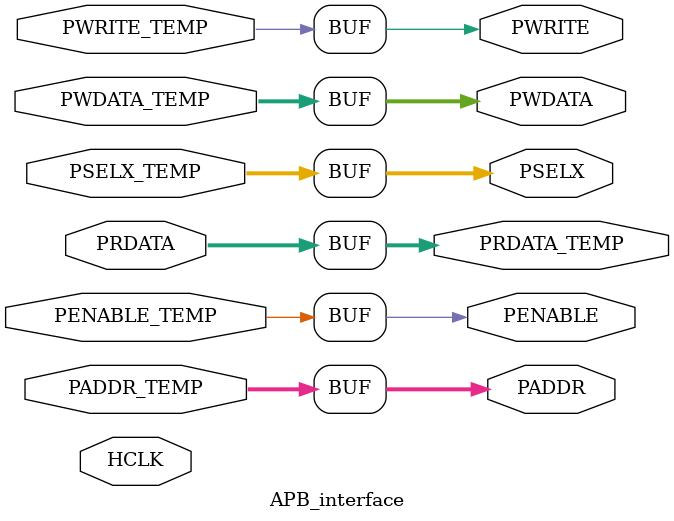
<source format=v>
module APB_interface (PADDR_TEMP,
                      PWDATA_TEMP,
					  PRDATA_TEMP,
					  PSELX_TEMP,
					  PENABLE_TEMP,
					  PWRITE_TEMP,
                      PWRITE,
					  PSELX,
					  PENABLE,
					  PADDR,
					  PWDATA,
					  PRDATA,
					  HCLK);                              

//input signal
input PWRITE_TEMP;
input [31:0]PADDR_TEMP;
input [31:0]PWDATA_TEMP;
input [31:0]PRDATA;
input [3:0]PSELX_TEMP;
input PENABLE_TEMP;
input HCLK;

//output signal
output  PWRITE;
output  [3:0]PSELX;
output  PENABLE;
output  [31:0]PADDR;
output [31:0]PWDATA;
output [31:0]PRDATA_TEMP;



  //address signal
  assign PADDR = PADDR_TEMP;

  //select signal
  assign PSELX = PSELX_TEMP;

  //write signal
  assign PWRITE = PWRITE_TEMP;

  //enable signal
  assign PENABLE = PENABLE_TEMP;

  // write signal
  assign PWDATA = PWDATA_TEMP;

  //read data
  assign PRDATA_TEMP = PRDATA;


endmodule

</source>
